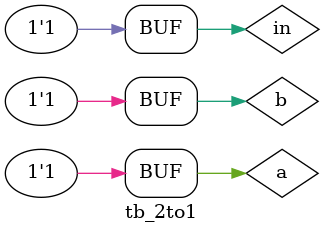
<source format=sv>
`timescale 1ns / 1ps


module tb_2to1();
reg a , b , in ;
wire out ; 
twoToOnemux_beh test(a , b  , in , out) ;
initial begin 
$monitor("Ar %t : a = %b , b = %b , in = %b is = %b" , $time , a , b , in , out) ;
#1
a = 0 ; b = 0 ; in = 0 ;
#1
a = 0 ; b = 0 ; in = 1 ;
#1
a = 0 ; b = 1 ; in = 0 ;
#1
a = 0 ; b = 1 ; in = 1 ;
#1
a = 1 ; b = 0 ; in = 0 ;
#1
a = 1 ; b = 0 ; in = 1 ;
#1
a = 1 ; b = 1 ; in = 0 ;
#1
a = 1 ; b = 1 ; in = 1 ;
end
endmodule

</source>
